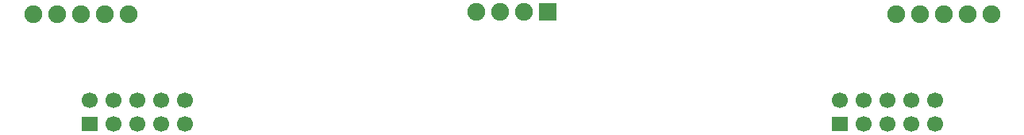
<source format=gts>
G04 #@! TF.GenerationSoftware,KiCad,Pcbnew,8.0.7*
G04 #@! TF.CreationDate,2025-01-25T19:39:47+00:00*
G04 #@! TF.ProjectId,NB3_eyes,4e42335f-6579-4657-932e-6b696361645f,0.0.1*
G04 #@! TF.SameCoordinates,PX9d6ebcaPY67ee71d*
G04 #@! TF.FileFunction,Soldermask,Top*
G04 #@! TF.FilePolarity,Negative*
%FSLAX46Y46*%
G04 Gerber Fmt 4.6, Leading zero omitted, Abs format (unit mm)*
G04 Created by KiCad (PCBNEW 8.0.7) date 2025-01-25 19:39:47*
%MOMM*%
%LPD*%
G01*
G04 APERTURE LIST*
%ADD10R,1.900000X1.900000*%
%ADD11C,1.900000*%
%ADD12R,1.700000X1.574803*%
%ADD13C,1.700000*%
G04 APERTURE END LIST*
D10*
X3810021Y23261512D03*
D11*
X1270016Y23261512D03*
X-1269990Y23261512D03*
X-3809995Y23261512D03*
D12*
X34919990Y11229997D03*
D13*
X34919990Y13770003D03*
X37459995Y11229997D03*
X37459995Y13770003D03*
X40000000Y11229997D03*
X40000000Y13770003D03*
X42540005Y11229997D03*
X42540005Y13770003D03*
X45080010Y11229997D03*
X45080010Y13770003D03*
D12*
X-45080010Y11229997D03*
D13*
X-45080010Y13770003D03*
X-42540005Y11229997D03*
X-42540005Y13770003D03*
X-40000000Y11229997D03*
X-40000000Y13770003D03*
X-37459995Y11229997D03*
X-37459995Y13770003D03*
X-34919990Y11229997D03*
X-34919990Y13770003D03*
D11*
X51080010Y23000000D03*
X48540005Y23000000D03*
X46000000Y23000000D03*
X43459995Y23000000D03*
X40919990Y23000000D03*
X-51080010Y23000000D03*
X-48540005Y23000000D03*
X-46000000Y23000000D03*
X-43459995Y23000000D03*
X-40919990Y23000000D03*
M02*

</source>
